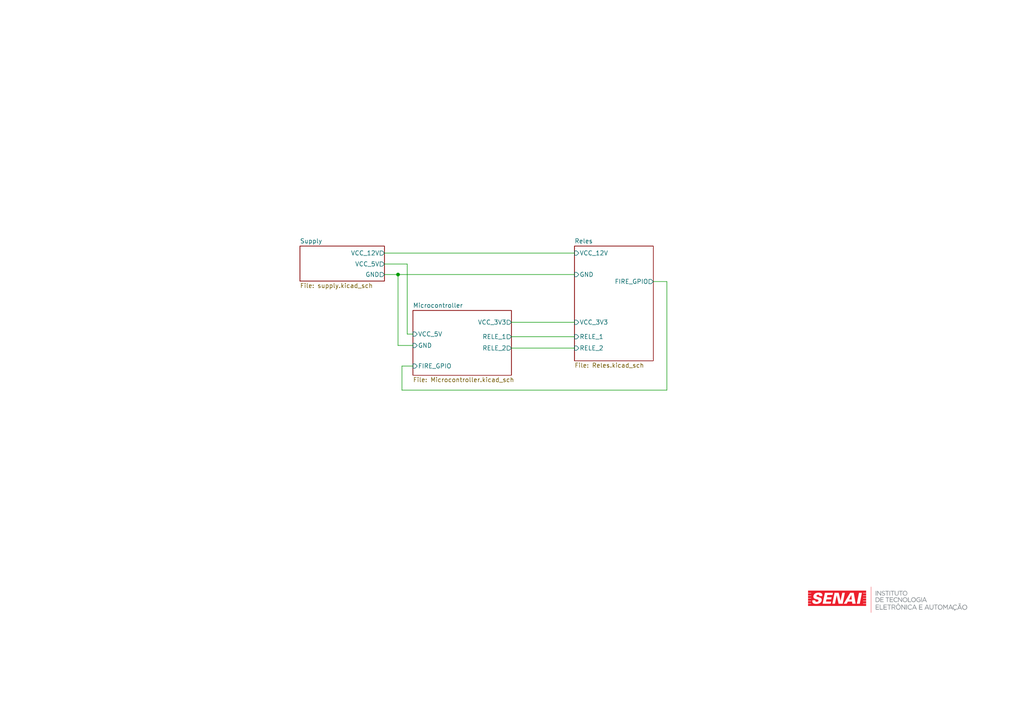
<source format=kicad_sch>
(kicad_sch (version 20230121) (generator eeschema)
  (paper "A4")
  (title_block (title "Belliz IOT - Coletor e Controlador") (date "2024-04-09") (rev "3.0.0") (company "Instituto SENAI de Tecnologia em Eletrônica") (comment 1 "Autor: Victor Ravani") (comment 2 "Variant 1: Full"))
  (lib_symbols)
  (junction (at 115.443 79.629))
  (wire (pts (xy 115.443 79.629) (xy 115.443 100.203)))
  (wire (pts (xy 116.586 113.157) (xy 116.586 106.172)))
  (wire (pts (xy 116.586 106.172) (xy 119.761 106.172)))
  (wire (pts (xy 189.484 81.661) (xy 193.421 81.661)))
  (wire (pts (xy 193.421 113.157) (xy 116.586 113.157)))
  (wire (pts (xy 111.506 76.581) (xy 118.11 76.581)))
  (wire (pts (xy 111.506 73.406) (xy 166.624 73.406)))
  (wire (pts (xy 118.11 76.581) (xy 118.11 96.901)))
  (wire (pts (xy 148.336 100.965) (xy 166.624 100.965)))
  (wire (pts (xy 148.336 97.663) (xy 166.624 97.663)))
  (wire (pts (xy 115.443 79.629) (xy 166.624 79.629)))
  (wire (pts (xy 118.11 96.901) (xy 119.761 96.901)))
  (wire (pts (xy 115.443 100.203) (xy 119.761 100.203)))
  (wire (pts (xy 111.506 79.629) (xy 115.443 79.629)))
  (wire (pts (xy 148.336 93.472) (xy 166.624 93.472)))
  (wire (pts (xy 193.421 81.661) (xy 193.421 113.157)))
  (image (at 258.191 174.371) (scale 0.625172))
  (sheet (at 86.995 71.374) (size 24.511 10.16) (stroke (width 0.1524))
    (property "Sheetname" "Supply" (at 86.995 70.6624 0) (effects (justify left bottom)))
    (property "Sheetfile" "supply.kicad_sch" (at 86.995 82.1186 0) (effects (justify left top)))
    (pin "GND" output (at 111.506 79.629 0))
    (pin "VCC_5V" output (at 111.506 76.581 0))
    (pin "VCC_12V" output (at 111.506 73.406 0))
  )
  (sheet (at 119.761 90.043) (size 28.575 18.796) (stroke (width 0.1524))
    (property "Sheetname" "Microcontroller" (at 119.761 89.3314 0) (effects (justify left bottom)))
    (property "Sheetfile" "Microcontroller.kicad_sch" (at 119.761 109.4236 0) (effects (justify left top)))
    (pin "GND" input (at 119.761 100.203 180))
    (pin "VCC_5V" input (at 119.761 96.901 180))
    (pin "RELE_1" output (at 148.336 97.663 0))
    (pin "RELE_2" output (at 148.336 100.965 0))
    (pin "FIRE_GPIO" input (at 119.761 106.172 180))
    (pin "VCC_3V3" output (at 148.336 93.472 0))
  )
  (sheet (at 166.624 71.374) (size 22.86 33.274) (stroke (width 0.1524))
    (property "Sheetname" "Reles" (at 166.624 70.6624 0) (effects (justify left bottom)))
    (property "Sheetfile" "Reles.kicad_sch" (at 166.624 105.2326 0) (effects (justify left top)))
    (pin "VCC_12V" input (at 166.624 73.406 180))
    (pin "GND" input (at 166.624 79.629 180))
    (pin "RELE_2" input (at 166.624 100.965 180))
    (pin "RELE_1" input (at 166.624 97.663 180))
    (pin "FIRE_GPIO" output (at 189.484 81.661 0))
    (pin "VCC_3V3" input (at 166.624 93.472 180))
  )
)
</source>
